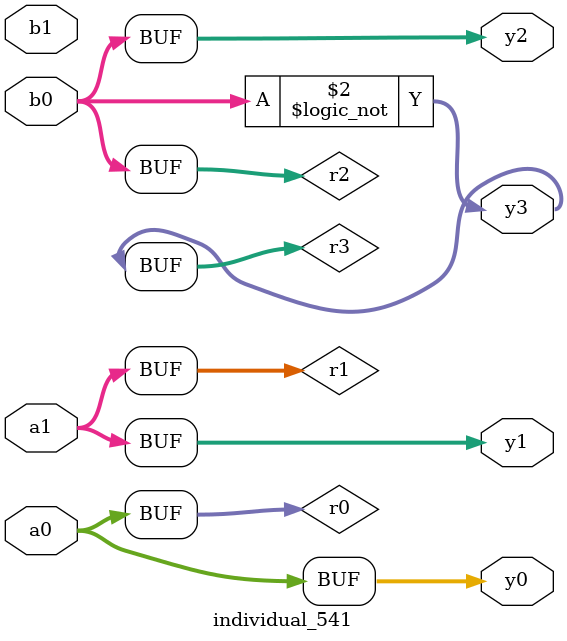
<source format=sv>
module individual_541(input logic [15:0] a1, input logic [15:0] a0, input logic [15:0] b1, input logic [15:0] b0, output logic [15:0] y3, output logic [15:0] y2, output logic [15:0] y1, output logic [15:0] y0);
logic [15:0] r0, r1, r2, r3; 
 always@(*) begin 
	 r0 = a0; r1 = a1; r2 = b0; r3 = b1; 
 	 r3 = ! r2 ;
 	 y3 = r3; y2 = r2; y1 = r1; y0 = r0; 
end
endmodule
</source>
